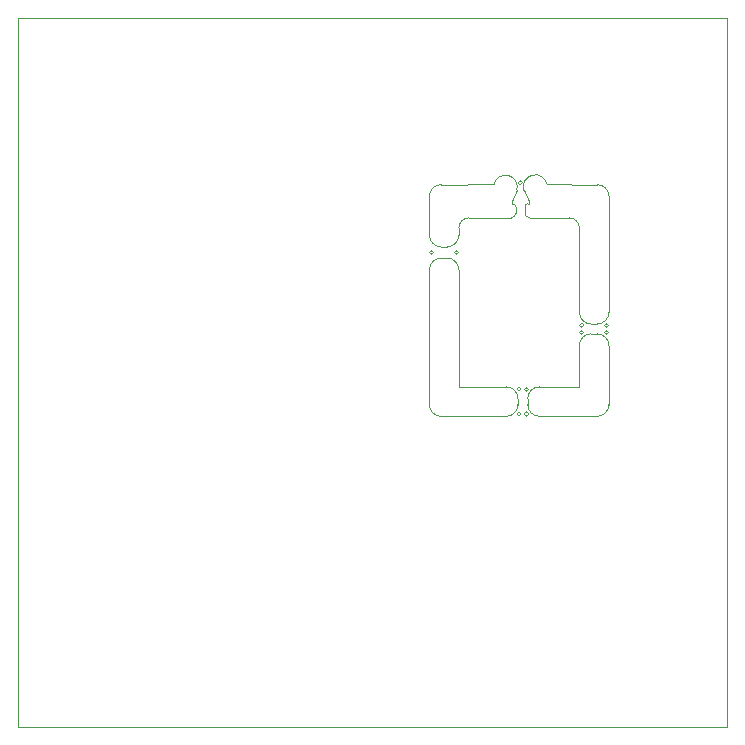
<source format=gbr>
%TF.GenerationSoftware,KiCad,Pcbnew,(7.0.0)*%
%TF.CreationDate,2023-09-15T12:30:04-04:00*%
%TF.ProjectId,headstage-neuropix2e,68656164-7374-4616-9765-2d6e6575726f,B (Beta)*%
%TF.SameCoordinates,Original*%
%TF.FileFunction,Profile,NP*%
%FSLAX46Y46*%
G04 Gerber Fmt 4.6, Leading zero omitted, Abs format (unit mm)*
G04 Created by KiCad (PCBNEW (7.0.0)) date 2023-09-15 12:30:04*
%MOMM*%
%LPD*%
G01*
G04 APERTURE LIST*
%TA.AperFunction,Profile*%
%ADD10C,0.050000*%
%TD*%
G04 APERTURE END LIST*
D10*
X142925000Y-81500000D02*
G75*
G03*
X143325000Y-81900000I400000J0D01*
G01*
X144800003Y-79069999D02*
G75*
G03*
X142818688Y-79560212I-1002503J-197231D01*
G01*
X142231287Y-79560204D02*
G75*
G03*
X140300000Y-79070000I-955287J285904D01*
G01*
X141725000Y-81900000D02*
G75*
G03*
X142125000Y-81500000I0J400000D01*
G01*
X149025000Y-90887100D02*
G75*
G03*
X150025000Y-89887107I0J1000000D01*
G01*
X143250000Y-80700000D02*
X143250000Y-80450000D01*
X147525000Y-96200000D02*
X147525000Y-92707107D01*
X143150000Y-97200000D02*
X143150000Y-97700000D01*
X134825000Y-80075000D02*
X134825000Y-83350000D01*
X142231313Y-79560212D02*
X141800000Y-80450000D01*
X134825000Y-83350000D02*
G75*
G03*
X135825000Y-84350000I1000000J0D01*
G01*
X144150000Y-96200000D02*
G75*
G03*
X143150000Y-97200000I0J-1000000D01*
G01*
X142330000Y-97200000D02*
G75*
G03*
X141330000Y-96200000I-1000000J0D01*
G01*
X150000000Y-91607107D02*
G75*
G03*
X150000000Y-91607107I-175000J0D01*
G01*
X137325000Y-96200000D02*
X141330000Y-96200000D01*
X150025000Y-97700000D02*
X150025000Y-92707107D01*
X143175000Y-80700000D02*
G75*
G03*
X142925000Y-80950000I0J-250000D01*
G01*
X143175000Y-80700000D02*
X143250000Y-80700000D01*
X150025000Y-80075000D02*
X150025000Y-89887107D01*
X147900000Y-90987107D02*
G75*
G03*
X147900000Y-90987107I-175000J0D01*
G01*
X134825000Y-97700000D02*
G75*
G03*
X135825000Y-98700000I1000000J0D01*
G01*
X144150000Y-98700000D02*
X149025000Y-98700000D01*
X150025000Y-80075000D02*
G75*
G03*
X149025000Y-79075000I-1000000J0D01*
G01*
X141800000Y-80450000D02*
X141800000Y-80700000D01*
X135175000Y-84850000D02*
G75*
G03*
X135175000Y-84850000I-175000J0D01*
G01*
X135825000Y-84350000D02*
X136325000Y-84350000D01*
X141875000Y-80700000D02*
X141800000Y-80700000D01*
X150000000Y-90987107D02*
G75*
G03*
X150000000Y-90987107I-175000J0D01*
G01*
X146675000Y-81900000D02*
X143325000Y-81900000D01*
X144800000Y-79070000D02*
X149025000Y-79075000D01*
X137325000Y-82750000D02*
X137325000Y-83350000D01*
X150024993Y-92707107D02*
G75*
G03*
X149025000Y-91707107I-999993J7D01*
G01*
X135825000Y-79075000D02*
G75*
G03*
X134825000Y-80075000I0J-1000000D01*
G01*
X149025000Y-91707107D02*
X148525000Y-91707107D01*
X100000000Y-65000000D02*
X160000000Y-65000000D01*
X160000000Y-65000000D02*
X160000000Y-125000000D01*
X160000000Y-125000000D02*
X100000000Y-125000000D01*
X100000000Y-125000000D02*
X100000000Y-65000000D01*
X137325000Y-86300000D02*
G75*
G03*
X136325000Y-85300000I-1000000J0D01*
G01*
X142125000Y-80950000D02*
G75*
G03*
X141875000Y-80700000I-250000J0D01*
G01*
X143225000Y-96400000D02*
G75*
G03*
X143225000Y-96400000I-175000J0D01*
G01*
X143250000Y-80450000D02*
X142818687Y-79560212D01*
X147900000Y-91607107D02*
G75*
G03*
X147900000Y-91607107I-175000J0D01*
G01*
X144150000Y-96200000D02*
X147525000Y-96200000D01*
X136325000Y-84350000D02*
G75*
G03*
X137325000Y-83350000I0J1000000D01*
G01*
X142925000Y-81500000D02*
X142925000Y-80950000D01*
X147525000Y-89887107D02*
X147525000Y-82750000D01*
X142605000Y-98500000D02*
G75*
G03*
X142605000Y-98500000I-175000J0D01*
G01*
X134825000Y-86300000D02*
X134825000Y-97700000D01*
X135825000Y-98700000D02*
X141330000Y-98700000D01*
X142125000Y-80950000D02*
X142125000Y-81500000D01*
X143225000Y-98500000D02*
G75*
G03*
X143225000Y-98500000I-175000J0D01*
G01*
X135825000Y-85300000D02*
G75*
G03*
X134825000Y-86300000I0J-1000000D01*
G01*
X140300000Y-79070000D02*
X135825000Y-79075000D01*
X148525000Y-90887107D02*
X149025000Y-90887107D01*
X147525000Y-82750000D02*
G75*
G03*
X146675000Y-81900000I-850000J0D01*
G01*
X148525000Y-91707100D02*
G75*
G03*
X147525000Y-92707107I0J-1000000D01*
G01*
X136325000Y-85300000D02*
X135825000Y-85300000D01*
X137325000Y-86300000D02*
X137325000Y-96200000D01*
X138175000Y-81900000D02*
G75*
G03*
X137325000Y-82750000I0J-850000D01*
G01*
X142700000Y-78925000D02*
G75*
G03*
X142700000Y-78925000I-175000J0D01*
G01*
X143150000Y-97700000D02*
G75*
G03*
X144150000Y-98700000I1000000J0D01*
G01*
X141725000Y-81900000D02*
X138175000Y-81900000D01*
X142605000Y-96400000D02*
G75*
G03*
X142605000Y-96400000I-175000J0D01*
G01*
X142330000Y-97700000D02*
X142330000Y-97200000D01*
X141330000Y-98700000D02*
G75*
G03*
X142330000Y-97700000I0J1000000D01*
G01*
X137300000Y-84850000D02*
G75*
G03*
X137300000Y-84850000I-175000J0D01*
G01*
X149025000Y-98700000D02*
G75*
G03*
X150025000Y-97700000I0J1000000D01*
G01*
X147524993Y-89887107D02*
G75*
G03*
X148525000Y-90887107I1000007J7D01*
G01*
M02*

</source>
